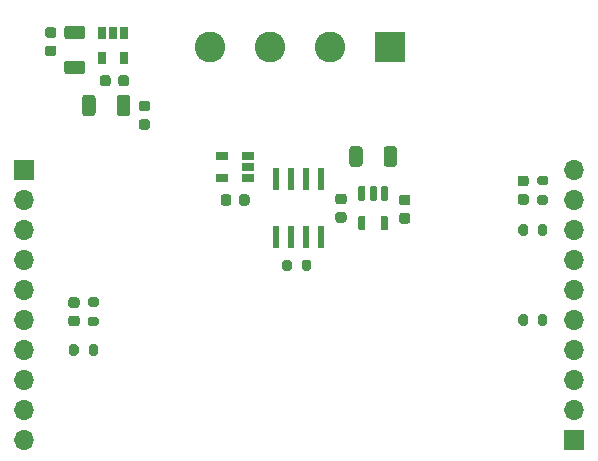
<source format=gbr>
%TF.GenerationSoftware,KiCad,Pcbnew,(5.1.10)-1*%
%TF.CreationDate,2022-09-18T09:06:00-05:00*%
%TF.ProjectId,digi_pot_tracer,64696769-5f70-46f7-945f-747261636572,A*%
%TF.SameCoordinates,Original*%
%TF.FileFunction,Soldermask,Top*%
%TF.FilePolarity,Negative*%
%FSLAX46Y46*%
G04 Gerber Fmt 4.6, Leading zero omitted, Abs format (unit mm)*
G04 Created by KiCad (PCBNEW (5.1.10)-1) date 2022-09-18 09:06:00*
%MOMM*%
%LPD*%
G01*
G04 APERTURE LIST*
%ADD10R,0.558800X1.981200*%
%ADD11R,1.060000X0.650000*%
%ADD12R,0.650000X1.060000*%
%ADD13O,1.700000X1.700000*%
%ADD14R,1.700000X1.700000*%
%ADD15C,2.600000*%
%ADD16R,2.600000X2.600000*%
G04 APERTURE END LIST*
D10*
%TO.C,U4*%
X178943000Y-74625200D03*
X180213000Y-74625200D03*
X181483000Y-74625200D03*
X182753000Y-74625200D03*
X182753000Y-79552800D03*
X181483000Y-79552800D03*
X180213000Y-79552800D03*
X178943000Y-79552800D03*
%TD*%
%TO.C,U1*%
G36*
G01*
X187875000Y-77740500D02*
X188288000Y-77740500D01*
G75*
G02*
X188376500Y-77829000I0J-88500D01*
G01*
X188376500Y-78862000D01*
G75*
G02*
X188288000Y-78950500I-88500J0D01*
G01*
X187875000Y-78950500D01*
G75*
G02*
X187786500Y-78862000I0J88500D01*
G01*
X187786500Y-77829000D01*
G75*
G02*
X187875000Y-77740500I88500J0D01*
G01*
G37*
G36*
G01*
X185975000Y-77740500D02*
X186388000Y-77740500D01*
G75*
G02*
X186476500Y-77829000I0J-88500D01*
G01*
X186476500Y-78862000D01*
G75*
G02*
X186388000Y-78950500I-88500J0D01*
G01*
X185975000Y-78950500D01*
G75*
G02*
X185886500Y-78862000I0J88500D01*
G01*
X185886500Y-77829000D01*
G75*
G02*
X185975000Y-77740500I88500J0D01*
G01*
G37*
G36*
G01*
X185975000Y-75230500D02*
X186388000Y-75230500D01*
G75*
G02*
X186476500Y-75319000I0J-88500D01*
G01*
X186476500Y-76352000D01*
G75*
G02*
X186388000Y-76440500I-88500J0D01*
G01*
X185975000Y-76440500D01*
G75*
G02*
X185886500Y-76352000I0J88500D01*
G01*
X185886500Y-75319000D01*
G75*
G02*
X185975000Y-75230500I88500J0D01*
G01*
G37*
G36*
G01*
X186925000Y-75230500D02*
X187338000Y-75230500D01*
G75*
G02*
X187426500Y-75319000I0J-88500D01*
G01*
X187426500Y-76352000D01*
G75*
G02*
X187338000Y-76440500I-88500J0D01*
G01*
X186925000Y-76440500D01*
G75*
G02*
X186836500Y-76352000I0J88500D01*
G01*
X186836500Y-75319000D01*
G75*
G02*
X186925000Y-75230500I88500J0D01*
G01*
G37*
G36*
G01*
X187875000Y-75230500D02*
X188288000Y-75230500D01*
G75*
G02*
X188376500Y-75319000I0J-88500D01*
G01*
X188376500Y-76352000D01*
G75*
G02*
X188288000Y-76440500I-88500J0D01*
G01*
X187875000Y-76440500D01*
G75*
G02*
X187786500Y-76352000I0J88500D01*
G01*
X187786500Y-75319000D01*
G75*
G02*
X187875000Y-75230500I88500J0D01*
G01*
G37*
%TD*%
%TO.C,R7*%
G36*
G01*
X201085000Y-79205500D02*
X201085000Y-78655500D01*
G75*
G02*
X201285000Y-78455500I200000J0D01*
G01*
X201685000Y-78455500D01*
G75*
G02*
X201885000Y-78655500I0J-200000D01*
G01*
X201885000Y-79205500D01*
G75*
G02*
X201685000Y-79405500I-200000J0D01*
G01*
X201285000Y-79405500D01*
G75*
G02*
X201085000Y-79205500I0J200000D01*
G01*
G37*
G36*
G01*
X199435000Y-79205500D02*
X199435000Y-78655500D01*
G75*
G02*
X199635000Y-78455500I200000J0D01*
G01*
X200035000Y-78455500D01*
G75*
G02*
X200235000Y-78655500I0J-200000D01*
G01*
X200235000Y-79205500D01*
G75*
G02*
X200035000Y-79405500I-200000J0D01*
G01*
X199635000Y-79405500D01*
G75*
G02*
X199435000Y-79205500I0J200000D01*
G01*
G37*
%TD*%
%TO.C,R6*%
G36*
G01*
X201085000Y-86825500D02*
X201085000Y-86275500D01*
G75*
G02*
X201285000Y-86075500I200000J0D01*
G01*
X201685000Y-86075500D01*
G75*
G02*
X201885000Y-86275500I0J-200000D01*
G01*
X201885000Y-86825500D01*
G75*
G02*
X201685000Y-87025500I-200000J0D01*
G01*
X201285000Y-87025500D01*
G75*
G02*
X201085000Y-86825500I0J200000D01*
G01*
G37*
G36*
G01*
X199435000Y-86825500D02*
X199435000Y-86275500D01*
G75*
G02*
X199635000Y-86075500I200000J0D01*
G01*
X200035000Y-86075500D01*
G75*
G02*
X200235000Y-86275500I0J-200000D01*
G01*
X200235000Y-86825500D01*
G75*
G02*
X200035000Y-87025500I-200000J0D01*
G01*
X199635000Y-87025500D01*
G75*
G02*
X199435000Y-86825500I0J200000D01*
G01*
G37*
%TD*%
%TO.C,R5*%
G36*
G01*
X162198500Y-88815500D02*
X162198500Y-89365500D01*
G75*
G02*
X161998500Y-89565500I-200000J0D01*
G01*
X161598500Y-89565500D01*
G75*
G02*
X161398500Y-89365500I0J200000D01*
G01*
X161398500Y-88815500D01*
G75*
G02*
X161598500Y-88615500I200000J0D01*
G01*
X161998500Y-88615500D01*
G75*
G02*
X162198500Y-88815500I0J-200000D01*
G01*
G37*
G36*
G01*
X163848500Y-88815500D02*
X163848500Y-89365500D01*
G75*
G02*
X163648500Y-89565500I-200000J0D01*
G01*
X163248500Y-89565500D01*
G75*
G02*
X163048500Y-89365500I0J200000D01*
G01*
X163048500Y-88815500D01*
G75*
G02*
X163248500Y-88615500I200000J0D01*
G01*
X163648500Y-88615500D01*
G75*
G02*
X163848500Y-88815500I0J-200000D01*
G01*
G37*
%TD*%
D11*
%TO.C,U3*%
X174310500Y-74570500D03*
X174310500Y-72670500D03*
X176510500Y-72670500D03*
X176510500Y-73620500D03*
X176510500Y-74570500D03*
%TD*%
D12*
%TO.C,U2*%
X166050000Y-64409500D03*
X164150000Y-64409500D03*
X164150000Y-62209500D03*
X165100000Y-62209500D03*
X166050000Y-62209500D03*
%TD*%
%TO.C,R4*%
G36*
G01*
X180232500Y-81640000D02*
X180232500Y-82190000D01*
G75*
G02*
X180032500Y-82390000I-200000J0D01*
G01*
X179632500Y-82390000D01*
G75*
G02*
X179432500Y-82190000I0J200000D01*
G01*
X179432500Y-81640000D01*
G75*
G02*
X179632500Y-81440000I200000J0D01*
G01*
X180032500Y-81440000D01*
G75*
G02*
X180232500Y-81640000I0J-200000D01*
G01*
G37*
G36*
G01*
X181882500Y-81640000D02*
X181882500Y-82190000D01*
G75*
G02*
X181682500Y-82390000I-200000J0D01*
G01*
X181282500Y-82390000D01*
G75*
G02*
X181082500Y-82190000I0J200000D01*
G01*
X181082500Y-81640000D01*
G75*
G02*
X181282500Y-81440000I200000J0D01*
G01*
X181682500Y-81440000D01*
G75*
G02*
X181882500Y-81640000I0J-200000D01*
G01*
G37*
%TD*%
%TO.C,R3*%
G36*
G01*
X163724000Y-85427000D02*
X163174000Y-85427000D01*
G75*
G02*
X162974000Y-85227000I0J200000D01*
G01*
X162974000Y-84827000D01*
G75*
G02*
X163174000Y-84627000I200000J0D01*
G01*
X163724000Y-84627000D01*
G75*
G02*
X163924000Y-84827000I0J-200000D01*
G01*
X163924000Y-85227000D01*
G75*
G02*
X163724000Y-85427000I-200000J0D01*
G01*
G37*
G36*
G01*
X163724000Y-87077000D02*
X163174000Y-87077000D01*
G75*
G02*
X162974000Y-86877000I0J200000D01*
G01*
X162974000Y-86477000D01*
G75*
G02*
X163174000Y-86277000I200000J0D01*
G01*
X163724000Y-86277000D01*
G75*
G02*
X163924000Y-86477000I0J-200000D01*
G01*
X163924000Y-86877000D01*
G75*
G02*
X163724000Y-87077000I-200000J0D01*
G01*
G37*
%TD*%
%TO.C,R2*%
G36*
G01*
X201760500Y-75140000D02*
X201210500Y-75140000D01*
G75*
G02*
X201010500Y-74940000I0J200000D01*
G01*
X201010500Y-74540000D01*
G75*
G02*
X201210500Y-74340000I200000J0D01*
G01*
X201760500Y-74340000D01*
G75*
G02*
X201960500Y-74540000I0J-200000D01*
G01*
X201960500Y-74940000D01*
G75*
G02*
X201760500Y-75140000I-200000J0D01*
G01*
G37*
G36*
G01*
X201760500Y-76790000D02*
X201210500Y-76790000D01*
G75*
G02*
X201010500Y-76590000I0J200000D01*
G01*
X201010500Y-76190000D01*
G75*
G02*
X201210500Y-75990000I200000J0D01*
G01*
X201760500Y-75990000D01*
G75*
G02*
X201960500Y-76190000I0J-200000D01*
G01*
X201960500Y-76590000D01*
G75*
G02*
X201760500Y-76790000I-200000J0D01*
G01*
G37*
%TD*%
%TO.C,R1*%
G36*
G01*
X188034500Y-73332502D02*
X188034500Y-72082498D01*
G75*
G02*
X188284498Y-71832500I249998J0D01*
G01*
X188909502Y-71832500D01*
G75*
G02*
X189159500Y-72082498I0J-249998D01*
G01*
X189159500Y-73332502D01*
G75*
G02*
X188909502Y-73582500I-249998J0D01*
G01*
X188284498Y-73582500D01*
G75*
G02*
X188034500Y-73332502I0J249998D01*
G01*
G37*
G36*
G01*
X185109500Y-73332502D02*
X185109500Y-72082498D01*
G75*
G02*
X185359498Y-71832500I249998J0D01*
G01*
X185984502Y-71832500D01*
G75*
G02*
X186234500Y-72082498I0J-249998D01*
G01*
X186234500Y-73332502D01*
G75*
G02*
X185984502Y-73582500I-249998J0D01*
G01*
X185359498Y-73582500D01*
G75*
G02*
X185109500Y-73332502I0J249998D01*
G01*
G37*
%TD*%
D13*
%TO.C,J3*%
X204107000Y-73848000D03*
X204107000Y-76388000D03*
X204107000Y-78928000D03*
X204107000Y-81468000D03*
X204107000Y-84008000D03*
X204107000Y-86548000D03*
X204107000Y-89088000D03*
X204107000Y-91628000D03*
X204107000Y-94168000D03*
D14*
X204107000Y-96708000D03*
%TD*%
D13*
%TO.C,J2*%
X157594000Y-96708000D03*
X157594000Y-94168000D03*
X157594000Y-91628000D03*
X157594000Y-89088000D03*
X157594000Y-86548000D03*
X157594000Y-84008000D03*
X157594000Y-81468000D03*
X157594000Y-78928000D03*
X157594000Y-76388000D03*
D14*
X157594000Y-73848000D03*
%TD*%
D15*
%TO.C,J1*%
X173277500Y-63398500D03*
X178357500Y-63398500D03*
X183437500Y-63398500D03*
D16*
X188517500Y-63398500D03*
%TD*%
%TO.C,FB1*%
G36*
G01*
X167510750Y-69565000D02*
X168023250Y-69565000D01*
G75*
G02*
X168242000Y-69783750I0J-218750D01*
G01*
X168242000Y-70221250D01*
G75*
G02*
X168023250Y-70440000I-218750J0D01*
G01*
X167510750Y-70440000D01*
G75*
G02*
X167292000Y-70221250I0J218750D01*
G01*
X167292000Y-69783750D01*
G75*
G02*
X167510750Y-69565000I218750J0D01*
G01*
G37*
G36*
G01*
X167510750Y-67990000D02*
X168023250Y-67990000D01*
G75*
G02*
X168242000Y-68208750I0J-218750D01*
G01*
X168242000Y-68646250D01*
G75*
G02*
X168023250Y-68865000I-218750J0D01*
G01*
X167510750Y-68865000D01*
G75*
G02*
X167292000Y-68646250I0J218750D01*
G01*
X167292000Y-68208750D01*
G75*
G02*
X167510750Y-67990000I218750J0D01*
G01*
G37*
%TD*%
%TO.C,C9*%
G36*
G01*
X162048000Y-85527000D02*
X161548000Y-85527000D01*
G75*
G02*
X161323000Y-85302000I0J225000D01*
G01*
X161323000Y-84852000D01*
G75*
G02*
X161548000Y-84627000I225000J0D01*
G01*
X162048000Y-84627000D01*
G75*
G02*
X162273000Y-84852000I0J-225000D01*
G01*
X162273000Y-85302000D01*
G75*
G02*
X162048000Y-85527000I-225000J0D01*
G01*
G37*
G36*
G01*
X162048000Y-87077000D02*
X161548000Y-87077000D01*
G75*
G02*
X161323000Y-86852000I0J225000D01*
G01*
X161323000Y-86402000D01*
G75*
G02*
X161548000Y-86177000I225000J0D01*
G01*
X162048000Y-86177000D01*
G75*
G02*
X162273000Y-86402000I0J-225000D01*
G01*
X162273000Y-86852000D01*
G75*
G02*
X162048000Y-87077000I-225000J0D01*
G01*
G37*
%TD*%
%TO.C,C8*%
G36*
G01*
X161211499Y-64590500D02*
X162511501Y-64590500D01*
G75*
G02*
X162761500Y-64840499I0J-249999D01*
G01*
X162761500Y-65490501D01*
G75*
G02*
X162511501Y-65740500I-249999J0D01*
G01*
X161211499Y-65740500D01*
G75*
G02*
X160961500Y-65490501I0J249999D01*
G01*
X160961500Y-64840499D01*
G75*
G02*
X161211499Y-64590500I249999J0D01*
G01*
G37*
G36*
G01*
X161211499Y-61640500D02*
X162511501Y-61640500D01*
G75*
G02*
X162761500Y-61890499I0J-249999D01*
G01*
X162761500Y-62540501D01*
G75*
G02*
X162511501Y-62790500I-249999J0D01*
G01*
X161211499Y-62790500D01*
G75*
G02*
X160961500Y-62540501I0J249999D01*
G01*
X160961500Y-61890499D01*
G75*
G02*
X161211499Y-61640500I249999J0D01*
G01*
G37*
%TD*%
%TO.C,C7*%
G36*
G01*
X159579500Y-63317000D02*
X160079500Y-63317000D01*
G75*
G02*
X160304500Y-63542000I0J-225000D01*
G01*
X160304500Y-63992000D01*
G75*
G02*
X160079500Y-64217000I-225000J0D01*
G01*
X159579500Y-64217000D01*
G75*
G02*
X159354500Y-63992000I0J225000D01*
G01*
X159354500Y-63542000D01*
G75*
G02*
X159579500Y-63317000I225000J0D01*
G01*
G37*
G36*
G01*
X159579500Y-61767000D02*
X160079500Y-61767000D01*
G75*
G02*
X160304500Y-61992000I0J-225000D01*
G01*
X160304500Y-62442000D01*
G75*
G02*
X160079500Y-62667000I-225000J0D01*
G01*
X159579500Y-62667000D01*
G75*
G02*
X159354500Y-62442000I0J225000D01*
G01*
X159354500Y-61992000D01*
G75*
G02*
X159579500Y-61767000I225000J0D01*
G01*
G37*
%TD*%
%TO.C,C6*%
G36*
G01*
X164902000Y-66044000D02*
X164902000Y-66544000D01*
G75*
G02*
X164677000Y-66769000I-225000J0D01*
G01*
X164227000Y-66769000D01*
G75*
G02*
X164002000Y-66544000I0J225000D01*
G01*
X164002000Y-66044000D01*
G75*
G02*
X164227000Y-65819000I225000J0D01*
G01*
X164677000Y-65819000D01*
G75*
G02*
X164902000Y-66044000I0J-225000D01*
G01*
G37*
G36*
G01*
X166452000Y-66044000D02*
X166452000Y-66544000D01*
G75*
G02*
X166227000Y-66769000I-225000J0D01*
G01*
X165777000Y-66769000D01*
G75*
G02*
X165552000Y-66544000I0J225000D01*
G01*
X165552000Y-66044000D01*
G75*
G02*
X165777000Y-65819000I225000J0D01*
G01*
X166227000Y-65819000D01*
G75*
G02*
X166452000Y-66044000I0J-225000D01*
G01*
G37*
%TD*%
%TO.C,C5*%
G36*
G01*
X163628500Y-67739499D02*
X163628500Y-69039501D01*
G75*
G02*
X163378501Y-69289500I-249999J0D01*
G01*
X162728499Y-69289500D01*
G75*
G02*
X162478500Y-69039501I0J249999D01*
G01*
X162478500Y-67739499D01*
G75*
G02*
X162728499Y-67489500I249999J0D01*
G01*
X163378501Y-67489500D01*
G75*
G02*
X163628500Y-67739499I0J-249999D01*
G01*
G37*
G36*
G01*
X166578500Y-67739499D02*
X166578500Y-69039501D01*
G75*
G02*
X166328501Y-69289500I-249999J0D01*
G01*
X165678499Y-69289500D01*
G75*
G02*
X165428500Y-69039501I0J249999D01*
G01*
X165428500Y-67739499D01*
G75*
G02*
X165678499Y-67489500I249999J0D01*
G01*
X166328501Y-67489500D01*
G75*
G02*
X166578500Y-67739499I0J-249999D01*
G01*
G37*
%TD*%
%TO.C,C4*%
G36*
G01*
X200084500Y-75240000D02*
X199584500Y-75240000D01*
G75*
G02*
X199359500Y-75015000I0J225000D01*
G01*
X199359500Y-74565000D01*
G75*
G02*
X199584500Y-74340000I225000J0D01*
G01*
X200084500Y-74340000D01*
G75*
G02*
X200309500Y-74565000I0J-225000D01*
G01*
X200309500Y-75015000D01*
G75*
G02*
X200084500Y-75240000I-225000J0D01*
G01*
G37*
G36*
G01*
X200084500Y-76790000D02*
X199584500Y-76790000D01*
G75*
G02*
X199359500Y-76565000I0J225000D01*
G01*
X199359500Y-76115000D01*
G75*
G02*
X199584500Y-75890000I225000J0D01*
G01*
X200084500Y-75890000D01*
G75*
G02*
X200309500Y-76115000I0J-225000D01*
G01*
X200309500Y-76565000D01*
G75*
G02*
X200084500Y-76790000I-225000J0D01*
G01*
G37*
%TD*%
%TO.C,C3*%
G36*
G01*
X175125500Y-76140500D02*
X175125500Y-76640500D01*
G75*
G02*
X174900500Y-76865500I-225000J0D01*
G01*
X174450500Y-76865500D01*
G75*
G02*
X174225500Y-76640500I0J225000D01*
G01*
X174225500Y-76140500D01*
G75*
G02*
X174450500Y-75915500I225000J0D01*
G01*
X174900500Y-75915500D01*
G75*
G02*
X175125500Y-76140500I0J-225000D01*
G01*
G37*
G36*
G01*
X176675500Y-76140500D02*
X176675500Y-76640500D01*
G75*
G02*
X176450500Y-76865500I-225000J0D01*
G01*
X176000500Y-76865500D01*
G75*
G02*
X175775500Y-76640500I0J225000D01*
G01*
X175775500Y-76140500D01*
G75*
G02*
X176000500Y-75915500I225000J0D01*
G01*
X176450500Y-75915500D01*
G75*
G02*
X176675500Y-76140500I0J-225000D01*
G01*
G37*
%TD*%
%TO.C,C2*%
G36*
G01*
X190051500Y-76840500D02*
X189551500Y-76840500D01*
G75*
G02*
X189326500Y-76615500I0J225000D01*
G01*
X189326500Y-76165500D01*
G75*
G02*
X189551500Y-75940500I225000J0D01*
G01*
X190051500Y-75940500D01*
G75*
G02*
X190276500Y-76165500I0J-225000D01*
G01*
X190276500Y-76615500D01*
G75*
G02*
X190051500Y-76840500I-225000J0D01*
G01*
G37*
G36*
G01*
X190051500Y-78390500D02*
X189551500Y-78390500D01*
G75*
G02*
X189326500Y-78165500I0J225000D01*
G01*
X189326500Y-77715500D01*
G75*
G02*
X189551500Y-77490500I225000J0D01*
G01*
X190051500Y-77490500D01*
G75*
G02*
X190276500Y-77715500I0J-225000D01*
G01*
X190276500Y-78165500D01*
G75*
G02*
X190051500Y-78390500I-225000J0D01*
G01*
G37*
%TD*%
%TO.C,C1*%
G36*
G01*
X184154000Y-77414000D02*
X184654000Y-77414000D01*
G75*
G02*
X184879000Y-77639000I0J-225000D01*
G01*
X184879000Y-78089000D01*
G75*
G02*
X184654000Y-78314000I-225000J0D01*
G01*
X184154000Y-78314000D01*
G75*
G02*
X183929000Y-78089000I0J225000D01*
G01*
X183929000Y-77639000D01*
G75*
G02*
X184154000Y-77414000I225000J0D01*
G01*
G37*
G36*
G01*
X184154000Y-75864000D02*
X184654000Y-75864000D01*
G75*
G02*
X184879000Y-76089000I0J-225000D01*
G01*
X184879000Y-76539000D01*
G75*
G02*
X184654000Y-76764000I-225000J0D01*
G01*
X184154000Y-76764000D01*
G75*
G02*
X183929000Y-76539000I0J225000D01*
G01*
X183929000Y-76089000D01*
G75*
G02*
X184154000Y-75864000I225000J0D01*
G01*
G37*
%TD*%
M02*

</source>
